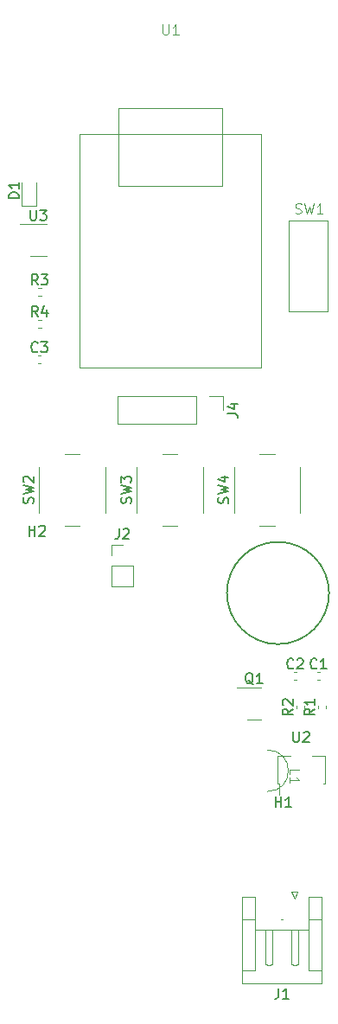
<source format=gbr>
%TF.GenerationSoftware,KiCad,Pcbnew,7.0.7*%
%TF.CreationDate,2024-05-12T05:58:01-05:00*%
%TF.ProjectId,ThinkTankTimerVote,5468696e-6b54-4616-9e6b-54696d657256,rev?*%
%TF.SameCoordinates,Original*%
%TF.FileFunction,Legend,Top*%
%TF.FilePolarity,Positive*%
%FSLAX46Y46*%
G04 Gerber Fmt 4.6, Leading zero omitted, Abs format (unit mm)*
G04 Created by KiCad (PCBNEW 7.0.7) date 2024-05-12 05:58:01*
%MOMM*%
%LPD*%
G01*
G04 APERTURE LIST*
%ADD10C,0.150000*%
%ADD11C,0.100000*%
%ADD12C,0.120000*%
G04 APERTURE END LIST*
D10*
X200075220Y-112268000D02*
G75*
G03*
X200075220Y-112268000I-5003220J0D01*
G01*
X180652200Y-103493332D02*
X180699819Y-103350475D01*
X180699819Y-103350475D02*
X180699819Y-103112380D01*
X180699819Y-103112380D02*
X180652200Y-103017142D01*
X180652200Y-103017142D02*
X180604580Y-102969523D01*
X180604580Y-102969523D02*
X180509342Y-102921904D01*
X180509342Y-102921904D02*
X180414104Y-102921904D01*
X180414104Y-102921904D02*
X180318866Y-102969523D01*
X180318866Y-102969523D02*
X180271247Y-103017142D01*
X180271247Y-103017142D02*
X180223628Y-103112380D01*
X180223628Y-103112380D02*
X180176009Y-103302856D01*
X180176009Y-103302856D02*
X180128390Y-103398094D01*
X180128390Y-103398094D02*
X180080771Y-103445713D01*
X180080771Y-103445713D02*
X179985533Y-103493332D01*
X179985533Y-103493332D02*
X179890295Y-103493332D01*
X179890295Y-103493332D02*
X179795057Y-103445713D01*
X179795057Y-103445713D02*
X179747438Y-103398094D01*
X179747438Y-103398094D02*
X179699819Y-103302856D01*
X179699819Y-103302856D02*
X179699819Y-103064761D01*
X179699819Y-103064761D02*
X179747438Y-102921904D01*
X179699819Y-102588570D02*
X180699819Y-102350475D01*
X180699819Y-102350475D02*
X179985533Y-102159999D01*
X179985533Y-102159999D02*
X180699819Y-101969523D01*
X180699819Y-101969523D02*
X179699819Y-101731428D01*
X179699819Y-101445713D02*
X179699819Y-100826666D01*
X179699819Y-100826666D02*
X180080771Y-101159999D01*
X180080771Y-101159999D02*
X180080771Y-101017142D01*
X180080771Y-101017142D02*
X180128390Y-100921904D01*
X180128390Y-100921904D02*
X180176009Y-100874285D01*
X180176009Y-100874285D02*
X180271247Y-100826666D01*
X180271247Y-100826666D02*
X180509342Y-100826666D01*
X180509342Y-100826666D02*
X180604580Y-100874285D01*
X180604580Y-100874285D02*
X180652200Y-100921904D01*
X180652200Y-100921904D02*
X180699819Y-101017142D01*
X180699819Y-101017142D02*
X180699819Y-101302856D01*
X180699819Y-101302856D02*
X180652200Y-101398094D01*
X180652200Y-101398094D02*
X180604580Y-101445713D01*
X196584333Y-119595580D02*
X196536714Y-119643200D01*
X196536714Y-119643200D02*
X196393857Y-119690819D01*
X196393857Y-119690819D02*
X196298619Y-119690819D01*
X196298619Y-119690819D02*
X196155762Y-119643200D01*
X196155762Y-119643200D02*
X196060524Y-119547961D01*
X196060524Y-119547961D02*
X196012905Y-119452723D01*
X196012905Y-119452723D02*
X195965286Y-119262247D01*
X195965286Y-119262247D02*
X195965286Y-119119390D01*
X195965286Y-119119390D02*
X196012905Y-118928914D01*
X196012905Y-118928914D02*
X196060524Y-118833676D01*
X196060524Y-118833676D02*
X196155762Y-118738438D01*
X196155762Y-118738438D02*
X196298619Y-118690819D01*
X196298619Y-118690819D02*
X196393857Y-118690819D01*
X196393857Y-118690819D02*
X196536714Y-118738438D01*
X196536714Y-118738438D02*
X196584333Y-118786057D01*
X196965286Y-118786057D02*
X197012905Y-118738438D01*
X197012905Y-118738438D02*
X197108143Y-118690819D01*
X197108143Y-118690819D02*
X197346238Y-118690819D01*
X197346238Y-118690819D02*
X197441476Y-118738438D01*
X197441476Y-118738438D02*
X197489095Y-118786057D01*
X197489095Y-118786057D02*
X197536714Y-118881295D01*
X197536714Y-118881295D02*
X197536714Y-118976533D01*
X197536714Y-118976533D02*
X197489095Y-119119390D01*
X197489095Y-119119390D02*
X196917667Y-119690819D01*
X196917667Y-119690819D02*
X197536714Y-119690819D01*
X192642261Y-121213057D02*
X192547023Y-121165438D01*
X192547023Y-121165438D02*
X192451785Y-121070200D01*
X192451785Y-121070200D02*
X192308928Y-120927342D01*
X192308928Y-120927342D02*
X192213690Y-120879723D01*
X192213690Y-120879723D02*
X192118452Y-120879723D01*
X192166071Y-121117819D02*
X192070833Y-121070200D01*
X192070833Y-121070200D02*
X191975595Y-120974961D01*
X191975595Y-120974961D02*
X191927976Y-120784485D01*
X191927976Y-120784485D02*
X191927976Y-120451152D01*
X191927976Y-120451152D02*
X191975595Y-120260676D01*
X191975595Y-120260676D02*
X192070833Y-120165438D01*
X192070833Y-120165438D02*
X192166071Y-120117819D01*
X192166071Y-120117819D02*
X192356547Y-120117819D01*
X192356547Y-120117819D02*
X192451785Y-120165438D01*
X192451785Y-120165438D02*
X192547023Y-120260676D01*
X192547023Y-120260676D02*
X192594642Y-120451152D01*
X192594642Y-120451152D02*
X192594642Y-120784485D01*
X192594642Y-120784485D02*
X192547023Y-120974961D01*
X192547023Y-120974961D02*
X192451785Y-121070200D01*
X192451785Y-121070200D02*
X192356547Y-121117819D01*
X192356547Y-121117819D02*
X192166071Y-121117819D01*
X193547023Y-121117819D02*
X192975595Y-121117819D01*
X193261309Y-121117819D02*
X193261309Y-120117819D01*
X193261309Y-120117819D02*
X193166071Y-120260676D01*
X193166071Y-120260676D02*
X193070833Y-120355914D01*
X193070833Y-120355914D02*
X192975595Y-120403533D01*
X196572095Y-125864819D02*
X196572095Y-126674342D01*
X196572095Y-126674342D02*
X196619714Y-126769580D01*
X196619714Y-126769580D02*
X196667333Y-126817200D01*
X196667333Y-126817200D02*
X196762571Y-126864819D01*
X196762571Y-126864819D02*
X196953047Y-126864819D01*
X196953047Y-126864819D02*
X197048285Y-126817200D01*
X197048285Y-126817200D02*
X197095904Y-126769580D01*
X197095904Y-126769580D02*
X197143523Y-126674342D01*
X197143523Y-126674342D02*
X197143523Y-125864819D01*
X197572095Y-125960057D02*
X197619714Y-125912438D01*
X197619714Y-125912438D02*
X197714952Y-125864819D01*
X197714952Y-125864819D02*
X197953047Y-125864819D01*
X197953047Y-125864819D02*
X198048285Y-125912438D01*
X198048285Y-125912438D02*
X198095904Y-125960057D01*
X198095904Y-125960057D02*
X198143523Y-126055295D01*
X198143523Y-126055295D02*
X198143523Y-126150533D01*
X198143523Y-126150533D02*
X198095904Y-126293390D01*
X198095904Y-126293390D02*
X197524476Y-126864819D01*
X197524476Y-126864819D02*
X198143523Y-126864819D01*
X198870333Y-119595580D02*
X198822714Y-119643200D01*
X198822714Y-119643200D02*
X198679857Y-119690819D01*
X198679857Y-119690819D02*
X198584619Y-119690819D01*
X198584619Y-119690819D02*
X198441762Y-119643200D01*
X198441762Y-119643200D02*
X198346524Y-119547961D01*
X198346524Y-119547961D02*
X198298905Y-119452723D01*
X198298905Y-119452723D02*
X198251286Y-119262247D01*
X198251286Y-119262247D02*
X198251286Y-119119390D01*
X198251286Y-119119390D02*
X198298905Y-118928914D01*
X198298905Y-118928914D02*
X198346524Y-118833676D01*
X198346524Y-118833676D02*
X198441762Y-118738438D01*
X198441762Y-118738438D02*
X198584619Y-118690819D01*
X198584619Y-118690819D02*
X198679857Y-118690819D01*
X198679857Y-118690819D02*
X198822714Y-118738438D01*
X198822714Y-118738438D02*
X198870333Y-118786057D01*
X199822714Y-119690819D02*
X199251286Y-119690819D01*
X199537000Y-119690819D02*
X199537000Y-118690819D01*
X199537000Y-118690819D02*
X199441762Y-118833676D01*
X199441762Y-118833676D02*
X199346524Y-118928914D01*
X199346524Y-118928914D02*
X199251286Y-118976533D01*
X171557333Y-85188819D02*
X171224000Y-84712628D01*
X170985905Y-85188819D02*
X170985905Y-84188819D01*
X170985905Y-84188819D02*
X171366857Y-84188819D01*
X171366857Y-84188819D02*
X171462095Y-84236438D01*
X171462095Y-84236438D02*
X171509714Y-84284057D01*
X171509714Y-84284057D02*
X171557333Y-84379295D01*
X171557333Y-84379295D02*
X171557333Y-84522152D01*
X171557333Y-84522152D02*
X171509714Y-84617390D01*
X171509714Y-84617390D02*
X171462095Y-84665009D01*
X171462095Y-84665009D02*
X171366857Y-84712628D01*
X171366857Y-84712628D02*
X170985905Y-84712628D01*
X172414476Y-84522152D02*
X172414476Y-85188819D01*
X172176381Y-84141200D02*
X171938286Y-84855485D01*
X171938286Y-84855485D02*
X172557333Y-84855485D01*
X171072200Y-103493332D02*
X171119819Y-103350475D01*
X171119819Y-103350475D02*
X171119819Y-103112380D01*
X171119819Y-103112380D02*
X171072200Y-103017142D01*
X171072200Y-103017142D02*
X171024580Y-102969523D01*
X171024580Y-102969523D02*
X170929342Y-102921904D01*
X170929342Y-102921904D02*
X170834104Y-102921904D01*
X170834104Y-102921904D02*
X170738866Y-102969523D01*
X170738866Y-102969523D02*
X170691247Y-103017142D01*
X170691247Y-103017142D02*
X170643628Y-103112380D01*
X170643628Y-103112380D02*
X170596009Y-103302856D01*
X170596009Y-103302856D02*
X170548390Y-103398094D01*
X170548390Y-103398094D02*
X170500771Y-103445713D01*
X170500771Y-103445713D02*
X170405533Y-103493332D01*
X170405533Y-103493332D02*
X170310295Y-103493332D01*
X170310295Y-103493332D02*
X170215057Y-103445713D01*
X170215057Y-103445713D02*
X170167438Y-103398094D01*
X170167438Y-103398094D02*
X170119819Y-103302856D01*
X170119819Y-103302856D02*
X170119819Y-103064761D01*
X170119819Y-103064761D02*
X170167438Y-102921904D01*
X170119819Y-102588570D02*
X171119819Y-102350475D01*
X171119819Y-102350475D02*
X170405533Y-102159999D01*
X170405533Y-102159999D02*
X171119819Y-101969523D01*
X171119819Y-101969523D02*
X170119819Y-101731428D01*
X170215057Y-101398094D02*
X170167438Y-101350475D01*
X170167438Y-101350475D02*
X170119819Y-101255237D01*
X170119819Y-101255237D02*
X170119819Y-101017142D01*
X170119819Y-101017142D02*
X170167438Y-100921904D01*
X170167438Y-100921904D02*
X170215057Y-100874285D01*
X170215057Y-100874285D02*
X170310295Y-100826666D01*
X170310295Y-100826666D02*
X170405533Y-100826666D01*
X170405533Y-100826666D02*
X170548390Y-100874285D01*
X170548390Y-100874285D02*
X171119819Y-101445713D01*
X171119819Y-101445713D02*
X171119819Y-100826666D01*
X190125819Y-94694333D02*
X190840104Y-94694333D01*
X190840104Y-94694333D02*
X190982961Y-94741952D01*
X190982961Y-94741952D02*
X191078200Y-94837190D01*
X191078200Y-94837190D02*
X191125819Y-94980047D01*
X191125819Y-94980047D02*
X191125819Y-95075285D01*
X190459152Y-93789571D02*
X191125819Y-93789571D01*
X190078200Y-94027666D02*
X190792485Y-94265761D01*
X190792485Y-94265761D02*
X190792485Y-93646714D01*
X196515819Y-123608666D02*
X196039628Y-123941999D01*
X196515819Y-124180094D02*
X195515819Y-124180094D01*
X195515819Y-124180094D02*
X195515819Y-123799142D01*
X195515819Y-123799142D02*
X195563438Y-123703904D01*
X195563438Y-123703904D02*
X195611057Y-123656285D01*
X195611057Y-123656285D02*
X195706295Y-123608666D01*
X195706295Y-123608666D02*
X195849152Y-123608666D01*
X195849152Y-123608666D02*
X195944390Y-123656285D01*
X195944390Y-123656285D02*
X195992009Y-123703904D01*
X195992009Y-123703904D02*
X196039628Y-123799142D01*
X196039628Y-123799142D02*
X196039628Y-124180094D01*
X195611057Y-123227713D02*
X195563438Y-123180094D01*
X195563438Y-123180094D02*
X195515819Y-123084856D01*
X195515819Y-123084856D02*
X195515819Y-122846761D01*
X195515819Y-122846761D02*
X195563438Y-122751523D01*
X195563438Y-122751523D02*
X195611057Y-122703904D01*
X195611057Y-122703904D02*
X195706295Y-122656285D01*
X195706295Y-122656285D02*
X195801533Y-122656285D01*
X195801533Y-122656285D02*
X195944390Y-122703904D01*
X195944390Y-122703904D02*
X196515819Y-123275332D01*
X196515819Y-123275332D02*
X196515819Y-122656285D01*
D11*
X183769095Y-56607419D02*
X183769095Y-57416942D01*
X183769095Y-57416942D02*
X183816714Y-57512180D01*
X183816714Y-57512180D02*
X183864333Y-57559800D01*
X183864333Y-57559800D02*
X183959571Y-57607419D01*
X183959571Y-57607419D02*
X184150047Y-57607419D01*
X184150047Y-57607419D02*
X184245285Y-57559800D01*
X184245285Y-57559800D02*
X184292904Y-57512180D01*
X184292904Y-57512180D02*
X184340523Y-57416942D01*
X184340523Y-57416942D02*
X184340523Y-56607419D01*
X185340523Y-57607419D02*
X184769095Y-57607419D01*
X185054809Y-57607419D02*
X185054809Y-56607419D01*
X185054809Y-56607419D02*
X184959571Y-56750276D01*
X184959571Y-56750276D02*
X184864333Y-56845514D01*
X184864333Y-56845514D02*
X184769095Y-56893133D01*
X196786667Y-75085800D02*
X196929524Y-75133419D01*
X196929524Y-75133419D02*
X197167619Y-75133419D01*
X197167619Y-75133419D02*
X197262857Y-75085800D01*
X197262857Y-75085800D02*
X197310476Y-75038180D01*
X197310476Y-75038180D02*
X197358095Y-74942942D01*
X197358095Y-74942942D02*
X197358095Y-74847704D01*
X197358095Y-74847704D02*
X197310476Y-74752466D01*
X197310476Y-74752466D02*
X197262857Y-74704847D01*
X197262857Y-74704847D02*
X197167619Y-74657228D01*
X197167619Y-74657228D02*
X196977143Y-74609609D01*
X196977143Y-74609609D02*
X196881905Y-74561990D01*
X196881905Y-74561990D02*
X196834286Y-74514371D01*
X196834286Y-74514371D02*
X196786667Y-74419133D01*
X196786667Y-74419133D02*
X196786667Y-74323895D01*
X196786667Y-74323895D02*
X196834286Y-74228657D01*
X196834286Y-74228657D02*
X196881905Y-74181038D01*
X196881905Y-74181038D02*
X196977143Y-74133419D01*
X196977143Y-74133419D02*
X197215238Y-74133419D01*
X197215238Y-74133419D02*
X197358095Y-74181038D01*
X197691429Y-74133419D02*
X197929524Y-75133419D01*
X197929524Y-75133419D02*
X198120000Y-74419133D01*
X198120000Y-74419133D02*
X198310476Y-75133419D01*
X198310476Y-75133419D02*
X198548572Y-74133419D01*
X199453333Y-75133419D02*
X198881905Y-75133419D01*
X199167619Y-75133419D02*
X199167619Y-74133419D01*
X199167619Y-74133419D02*
X199072381Y-74276276D01*
X199072381Y-74276276D02*
X198977143Y-74371514D01*
X198977143Y-74371514D02*
X198881905Y-74419133D01*
D10*
X171537333Y-88607580D02*
X171489714Y-88655200D01*
X171489714Y-88655200D02*
X171346857Y-88702819D01*
X171346857Y-88702819D02*
X171251619Y-88702819D01*
X171251619Y-88702819D02*
X171108762Y-88655200D01*
X171108762Y-88655200D02*
X171013524Y-88559961D01*
X171013524Y-88559961D02*
X170965905Y-88464723D01*
X170965905Y-88464723D02*
X170918286Y-88274247D01*
X170918286Y-88274247D02*
X170918286Y-88131390D01*
X170918286Y-88131390D02*
X170965905Y-87940914D01*
X170965905Y-87940914D02*
X171013524Y-87845676D01*
X171013524Y-87845676D02*
X171108762Y-87750438D01*
X171108762Y-87750438D02*
X171251619Y-87702819D01*
X171251619Y-87702819D02*
X171346857Y-87702819D01*
X171346857Y-87702819D02*
X171489714Y-87750438D01*
X171489714Y-87750438D02*
X171537333Y-87798057D01*
X171870667Y-87702819D02*
X172489714Y-87702819D01*
X172489714Y-87702819D02*
X172156381Y-88083771D01*
X172156381Y-88083771D02*
X172299238Y-88083771D01*
X172299238Y-88083771D02*
X172394476Y-88131390D01*
X172394476Y-88131390D02*
X172442095Y-88179009D01*
X172442095Y-88179009D02*
X172489714Y-88274247D01*
X172489714Y-88274247D02*
X172489714Y-88512342D01*
X172489714Y-88512342D02*
X172442095Y-88607580D01*
X172442095Y-88607580D02*
X172394476Y-88655200D01*
X172394476Y-88655200D02*
X172299238Y-88702819D01*
X172299238Y-88702819D02*
X172013524Y-88702819D01*
X172013524Y-88702819D02*
X171918286Y-88655200D01*
X171918286Y-88655200D02*
X171870667Y-88607580D01*
X194818095Y-133225819D02*
X194818095Y-132225819D01*
X194818095Y-132702009D02*
X195389523Y-132702009D01*
X195389523Y-133225819D02*
X195389523Y-132225819D01*
X196389523Y-133225819D02*
X195818095Y-133225819D01*
X196103809Y-133225819D02*
X196103809Y-132225819D01*
X196103809Y-132225819D02*
X196008571Y-132368676D01*
X196008571Y-132368676D02*
X195913333Y-132463914D01*
X195913333Y-132463914D02*
X195818095Y-132511533D01*
X170820595Y-74778819D02*
X170820595Y-75588342D01*
X170820595Y-75588342D02*
X170868214Y-75683580D01*
X170868214Y-75683580D02*
X170915833Y-75731200D01*
X170915833Y-75731200D02*
X171011071Y-75778819D01*
X171011071Y-75778819D02*
X171201547Y-75778819D01*
X171201547Y-75778819D02*
X171296785Y-75731200D01*
X171296785Y-75731200D02*
X171344404Y-75683580D01*
X171344404Y-75683580D02*
X171392023Y-75588342D01*
X171392023Y-75588342D02*
X171392023Y-74778819D01*
X171772976Y-74778819D02*
X172392023Y-74778819D01*
X172392023Y-74778819D02*
X172058690Y-75159771D01*
X172058690Y-75159771D02*
X172201547Y-75159771D01*
X172201547Y-75159771D02*
X172296785Y-75207390D01*
X172296785Y-75207390D02*
X172344404Y-75255009D01*
X172344404Y-75255009D02*
X172392023Y-75350247D01*
X172392023Y-75350247D02*
X172392023Y-75588342D01*
X172392023Y-75588342D02*
X172344404Y-75683580D01*
X172344404Y-75683580D02*
X172296785Y-75731200D01*
X172296785Y-75731200D02*
X172201547Y-75778819D01*
X172201547Y-75778819D02*
X171915833Y-75778819D01*
X171915833Y-75778819D02*
X171820595Y-75731200D01*
X171820595Y-75731200D02*
X171772976Y-75683580D01*
X170688095Y-106682819D02*
X170688095Y-105682819D01*
X170688095Y-106159009D02*
X171259523Y-106159009D01*
X171259523Y-106682819D02*
X171259523Y-105682819D01*
X171688095Y-105778057D02*
X171735714Y-105730438D01*
X171735714Y-105730438D02*
X171830952Y-105682819D01*
X171830952Y-105682819D02*
X172069047Y-105682819D01*
X172069047Y-105682819D02*
X172164285Y-105730438D01*
X172164285Y-105730438D02*
X172211904Y-105778057D01*
X172211904Y-105778057D02*
X172259523Y-105873295D01*
X172259523Y-105873295D02*
X172259523Y-105968533D01*
X172259523Y-105968533D02*
X172211904Y-106111390D01*
X172211904Y-106111390D02*
X171640476Y-106682819D01*
X171640476Y-106682819D02*
X172259523Y-106682819D01*
X190177200Y-103493332D02*
X190224819Y-103350475D01*
X190224819Y-103350475D02*
X190224819Y-103112380D01*
X190224819Y-103112380D02*
X190177200Y-103017142D01*
X190177200Y-103017142D02*
X190129580Y-102969523D01*
X190129580Y-102969523D02*
X190034342Y-102921904D01*
X190034342Y-102921904D02*
X189939104Y-102921904D01*
X189939104Y-102921904D02*
X189843866Y-102969523D01*
X189843866Y-102969523D02*
X189796247Y-103017142D01*
X189796247Y-103017142D02*
X189748628Y-103112380D01*
X189748628Y-103112380D02*
X189701009Y-103302856D01*
X189701009Y-103302856D02*
X189653390Y-103398094D01*
X189653390Y-103398094D02*
X189605771Y-103445713D01*
X189605771Y-103445713D02*
X189510533Y-103493332D01*
X189510533Y-103493332D02*
X189415295Y-103493332D01*
X189415295Y-103493332D02*
X189320057Y-103445713D01*
X189320057Y-103445713D02*
X189272438Y-103398094D01*
X189272438Y-103398094D02*
X189224819Y-103302856D01*
X189224819Y-103302856D02*
X189224819Y-103064761D01*
X189224819Y-103064761D02*
X189272438Y-102921904D01*
X189224819Y-102588570D02*
X190224819Y-102350475D01*
X190224819Y-102350475D02*
X189510533Y-102159999D01*
X189510533Y-102159999D02*
X190224819Y-101969523D01*
X190224819Y-101969523D02*
X189224819Y-101731428D01*
X189558152Y-100921904D02*
X190224819Y-100921904D01*
X189177200Y-101159999D02*
X189891485Y-101398094D01*
X189891485Y-101398094D02*
X189891485Y-100779047D01*
D11*
X196178580Y-130008333D02*
X196178580Y-129532143D01*
X196178580Y-129532143D02*
X197178580Y-129532143D01*
X196178580Y-130865476D02*
X196178580Y-130294048D01*
X196178580Y-130579762D02*
X197178580Y-130579762D01*
X197178580Y-130579762D02*
X197035723Y-130484524D01*
X197035723Y-130484524D02*
X196940485Y-130389286D01*
X196940485Y-130389286D02*
X196892866Y-130294048D01*
D10*
X195119666Y-150999319D02*
X195119666Y-151713604D01*
X195119666Y-151713604D02*
X195072047Y-151856461D01*
X195072047Y-151856461D02*
X194976809Y-151951700D01*
X194976809Y-151951700D02*
X194833952Y-151999319D01*
X194833952Y-151999319D02*
X194738714Y-151999319D01*
X196119666Y-151999319D02*
X195548238Y-151999319D01*
X195833952Y-151999319D02*
X195833952Y-150999319D01*
X195833952Y-150999319D02*
X195738714Y-151142176D01*
X195738714Y-151142176D02*
X195643476Y-151237414D01*
X195643476Y-151237414D02*
X195548238Y-151285033D01*
X169712819Y-73610594D02*
X168712819Y-73610594D01*
X168712819Y-73610594D02*
X168712819Y-73372499D01*
X168712819Y-73372499D02*
X168760438Y-73229642D01*
X168760438Y-73229642D02*
X168855676Y-73134404D01*
X168855676Y-73134404D02*
X168950914Y-73086785D01*
X168950914Y-73086785D02*
X169141390Y-73039166D01*
X169141390Y-73039166D02*
X169284247Y-73039166D01*
X169284247Y-73039166D02*
X169474723Y-73086785D01*
X169474723Y-73086785D02*
X169569961Y-73134404D01*
X169569961Y-73134404D02*
X169665200Y-73229642D01*
X169665200Y-73229642D02*
X169712819Y-73372499D01*
X169712819Y-73372499D02*
X169712819Y-73610594D01*
X169712819Y-72086785D02*
X169712819Y-72658213D01*
X169712819Y-72372499D02*
X168712819Y-72372499D01*
X168712819Y-72372499D02*
X168855676Y-72467737D01*
X168855676Y-72467737D02*
X168950914Y-72562975D01*
X168950914Y-72562975D02*
X168998533Y-72658213D01*
X179498666Y-105979819D02*
X179498666Y-106694104D01*
X179498666Y-106694104D02*
X179451047Y-106836961D01*
X179451047Y-106836961D02*
X179355809Y-106932200D01*
X179355809Y-106932200D02*
X179212952Y-106979819D01*
X179212952Y-106979819D02*
X179117714Y-106979819D01*
X179927238Y-106075057D02*
X179974857Y-106027438D01*
X179974857Y-106027438D02*
X180070095Y-105979819D01*
X180070095Y-105979819D02*
X180308190Y-105979819D01*
X180308190Y-105979819D02*
X180403428Y-106027438D01*
X180403428Y-106027438D02*
X180451047Y-106075057D01*
X180451047Y-106075057D02*
X180498666Y-106170295D01*
X180498666Y-106170295D02*
X180498666Y-106265533D01*
X180498666Y-106265533D02*
X180451047Y-106408390D01*
X180451047Y-106408390D02*
X179879619Y-106979819D01*
X179879619Y-106979819D02*
X180498666Y-106979819D01*
X171557333Y-82088819D02*
X171224000Y-81612628D01*
X170985905Y-82088819D02*
X170985905Y-81088819D01*
X170985905Y-81088819D02*
X171366857Y-81088819D01*
X171366857Y-81088819D02*
X171462095Y-81136438D01*
X171462095Y-81136438D02*
X171509714Y-81184057D01*
X171509714Y-81184057D02*
X171557333Y-81279295D01*
X171557333Y-81279295D02*
X171557333Y-81422152D01*
X171557333Y-81422152D02*
X171509714Y-81517390D01*
X171509714Y-81517390D02*
X171462095Y-81565009D01*
X171462095Y-81565009D02*
X171366857Y-81612628D01*
X171366857Y-81612628D02*
X170985905Y-81612628D01*
X171890667Y-81088819D02*
X172509714Y-81088819D01*
X172509714Y-81088819D02*
X172176381Y-81469771D01*
X172176381Y-81469771D02*
X172319238Y-81469771D01*
X172319238Y-81469771D02*
X172414476Y-81517390D01*
X172414476Y-81517390D02*
X172462095Y-81565009D01*
X172462095Y-81565009D02*
X172509714Y-81660247D01*
X172509714Y-81660247D02*
X172509714Y-81898342D01*
X172509714Y-81898342D02*
X172462095Y-81993580D01*
X172462095Y-81993580D02*
X172414476Y-82041200D01*
X172414476Y-82041200D02*
X172319238Y-82088819D01*
X172319238Y-82088819D02*
X172033524Y-82088819D01*
X172033524Y-82088819D02*
X171938286Y-82041200D01*
X171938286Y-82041200D02*
X171890667Y-81993580D01*
X198674819Y-123608666D02*
X198198628Y-123941999D01*
X198674819Y-124180094D02*
X197674819Y-124180094D01*
X197674819Y-124180094D02*
X197674819Y-123799142D01*
X197674819Y-123799142D02*
X197722438Y-123703904D01*
X197722438Y-123703904D02*
X197770057Y-123656285D01*
X197770057Y-123656285D02*
X197865295Y-123608666D01*
X197865295Y-123608666D02*
X198008152Y-123608666D01*
X198008152Y-123608666D02*
X198103390Y-123656285D01*
X198103390Y-123656285D02*
X198151009Y-123703904D01*
X198151009Y-123703904D02*
X198198628Y-123799142D01*
X198198628Y-123799142D02*
X198198628Y-124180094D01*
X198674819Y-122656285D02*
X198674819Y-123227713D01*
X198674819Y-122941999D02*
X197674819Y-122941999D01*
X197674819Y-122941999D02*
X197817676Y-123037237D01*
X197817676Y-123037237D02*
X197912914Y-123132475D01*
X197912914Y-123132475D02*
X197960533Y-123227713D01*
D12*
%TO.C,SW3*%
X183745000Y-105660000D02*
X185245000Y-105660000D01*
X187745000Y-104410000D02*
X187745000Y-99910000D01*
X181245000Y-99910000D02*
X181245000Y-104410000D01*
X185245000Y-98660000D02*
X183745000Y-98660000D01*
%TO.C,C2*%
X196643164Y-120036000D02*
X196858836Y-120036000D01*
X196643164Y-120756000D02*
X196858836Y-120756000D01*
%TO.C,Q1*%
X192737500Y-121503000D02*
X191062500Y-121503000D01*
X192737500Y-121503000D02*
X193387500Y-121503000D01*
X192737500Y-124623000D02*
X192087500Y-124623000D01*
X192737500Y-124623000D02*
X193387500Y-124623000D01*
%TO.C,U2*%
X195228000Y-132040000D02*
X195228000Y-130900000D01*
X194998000Y-130900000D02*
X195228000Y-130900000D01*
X194998000Y-130900000D02*
X194998000Y-128180000D01*
X199718000Y-130900000D02*
X199488000Y-130900000D01*
X194998000Y-128180000D02*
X196308000Y-128180000D01*
X198408000Y-128180000D02*
X199718000Y-128180000D01*
X199718000Y-128180000D02*
X199718000Y-130900000D01*
%TO.C,C1*%
X198929164Y-120036000D02*
X199144836Y-120036000D01*
X198929164Y-120756000D02*
X199144836Y-120756000D01*
%TO.C,R4*%
X171570359Y-85524000D02*
X171877641Y-85524000D01*
X171570359Y-86284000D02*
X171877641Y-86284000D01*
%TO.C,SW2*%
X174165000Y-105660000D02*
X175665000Y-105660000D01*
X178165000Y-104410000D02*
X178165000Y-99910000D01*
X171665000Y-99910000D02*
X171665000Y-104410000D01*
X175665000Y-98660000D02*
X174165000Y-98660000D01*
%TO.C,J4*%
X189671000Y-93031000D02*
X189671000Y-94361000D01*
X188341000Y-93031000D02*
X189671000Y-93031000D01*
X187071000Y-93031000D02*
X179391000Y-93031000D01*
X187071000Y-93031000D02*
X187071000Y-95691000D01*
X179391000Y-93031000D02*
X179391000Y-95691000D01*
X187071000Y-95691000D02*
X179391000Y-95691000D01*
%TO.C,R2*%
X196851000Y-123595641D02*
X196851000Y-123288359D01*
X197611000Y-123595641D02*
X197611000Y-123288359D01*
D11*
%TO.C,U1*%
X175641000Y-67310000D02*
X193421000Y-67310000D01*
X193421000Y-67310000D02*
X193421000Y-90170000D01*
X193421000Y-90170000D02*
X175641000Y-90170000D01*
X175641000Y-90170000D02*
X175641000Y-67310000D01*
X179451000Y-64770000D02*
X189611000Y-64770000D01*
X189611000Y-64770000D02*
X189611000Y-72390000D01*
X189611000Y-72390000D02*
X179451000Y-72390000D01*
X179451000Y-72390000D02*
X179451000Y-64770000D01*
%TO.C,SW1*%
X196088000Y-75819000D02*
X199898000Y-75819000D01*
X199898000Y-75819000D02*
X199898000Y-84709000D01*
X199898000Y-84709000D02*
X196088000Y-84709000D01*
X196088000Y-84709000D02*
X196088000Y-75819000D01*
D12*
%TO.C,C3*%
X171596164Y-89048000D02*
X171811836Y-89048000D01*
X171596164Y-89768000D02*
X171811836Y-89768000D01*
%TO.C,U3*%
X171582500Y-76164000D02*
X169782500Y-76164000D01*
X171582500Y-76164000D02*
X172382500Y-76164000D01*
X171582500Y-79284000D02*
X170782500Y-79284000D01*
X171582500Y-79284000D02*
X172382500Y-79284000D01*
%TO.C,SW4*%
X193270000Y-105660000D02*
X194770000Y-105660000D01*
X197270000Y-104410000D02*
X197270000Y-99910000D01*
X190770000Y-99910000D02*
X190770000Y-104410000D01*
X194770000Y-98660000D02*
X193270000Y-98660000D01*
D11*
%TO.C,L1*%
X194056000Y-131699000D02*
G75*
G03*
X194056000Y-127635000I0J2032000D01*
G01*
D12*
%TO.C,J1*%
X199313000Y-150454500D02*
X191593000Y-150454500D01*
X199313000Y-149234500D02*
X198093000Y-149234500D01*
X199313000Y-142034500D02*
X199313000Y-150454500D01*
X198093000Y-149234500D02*
X198093000Y-144234500D01*
X198093000Y-145234500D02*
X192813000Y-145234500D01*
X198093000Y-144234500D02*
X199313000Y-144234500D01*
X198093000Y-144234500D02*
X198093000Y-142034500D01*
X198093000Y-142034500D02*
X199313000Y-142034500D01*
X197023000Y-148654500D02*
X196703000Y-148734500D01*
X197023000Y-145234500D02*
X197023000Y-148654500D01*
X197003000Y-141544500D02*
X196403000Y-141544500D01*
X196703000Y-148734500D02*
X196383000Y-148654500D01*
X196703000Y-145234500D02*
X197023000Y-145234500D01*
X196703000Y-142144500D02*
X197003000Y-141544500D01*
X196403000Y-141544500D02*
X196703000Y-142144500D01*
X196383000Y-148654500D02*
X196383000Y-145234500D01*
X196383000Y-145234500D02*
X196703000Y-145234500D01*
X195533000Y-144234500D02*
X195373000Y-144234500D01*
X194523000Y-148654500D02*
X194203000Y-148734500D01*
X194523000Y-145234500D02*
X194523000Y-148654500D01*
X194203000Y-148734500D02*
X193883000Y-148654500D01*
X194203000Y-145234500D02*
X194523000Y-145234500D01*
X193883000Y-148654500D02*
X193883000Y-145234500D01*
X193883000Y-145234500D02*
X194203000Y-145234500D01*
X192813000Y-149234500D02*
X192813000Y-144234500D01*
X192813000Y-144234500D02*
X191593000Y-144234500D01*
X192813000Y-142034500D02*
X192813000Y-144234500D01*
X191593000Y-150454500D02*
X191593000Y-142034500D01*
X191593000Y-149234500D02*
X192813000Y-149234500D01*
X191593000Y-142034500D02*
X192813000Y-142034500D01*
%TO.C,D1*%
X169953000Y-74357500D02*
X171423000Y-74357500D01*
X171423000Y-74357500D02*
X171423000Y-72072500D01*
X169953000Y-72072500D02*
X169953000Y-74357500D01*
%TO.C,J2*%
X178772000Y-107525000D02*
X179832000Y-107525000D01*
X178772000Y-108585000D02*
X178772000Y-107525000D01*
X178772000Y-109585000D02*
X178772000Y-111645000D01*
X178772000Y-109585000D02*
X180892000Y-109585000D01*
X178772000Y-111645000D02*
X180892000Y-111645000D01*
X180892000Y-109585000D02*
X180892000Y-111645000D01*
%TO.C,R3*%
X171570359Y-82424000D02*
X171877641Y-82424000D01*
X171570359Y-83184000D02*
X171877641Y-83184000D01*
%TO.C,R1*%
X199010000Y-123595641D02*
X199010000Y-123288359D01*
X199770000Y-123595641D02*
X199770000Y-123288359D01*
%TD*%
M02*

</source>
